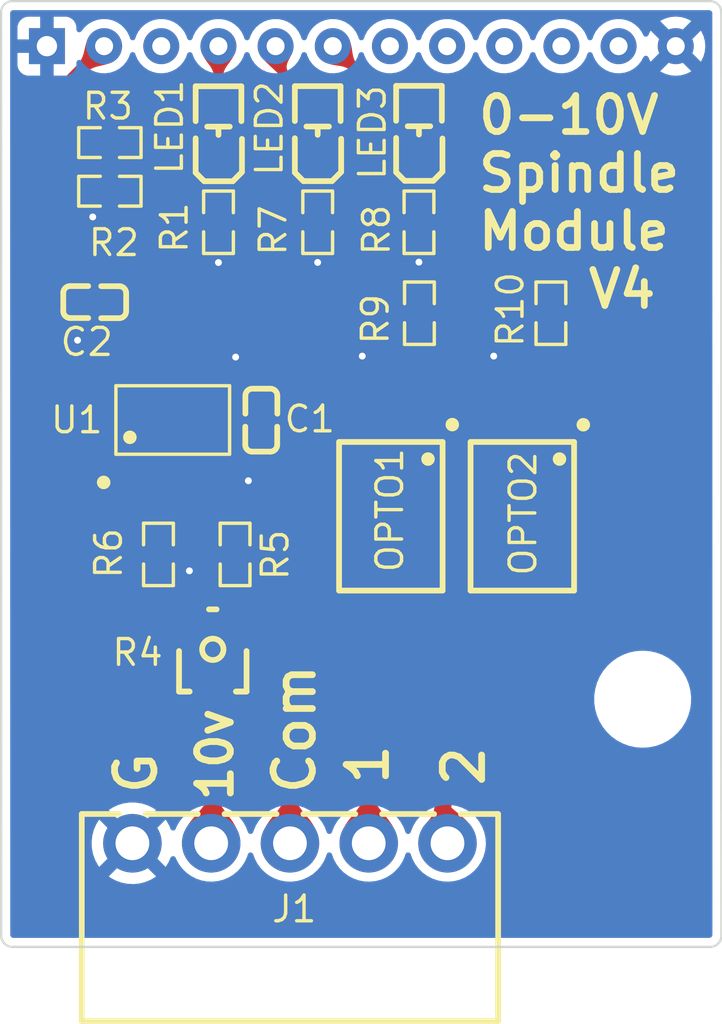
<source format=kicad_pcb>
(kicad_pcb (version 20211014) (generator pcbnew)
  (layers (0 "F.Cu" signal) (31 "B.Cu" signal) (34 "B.Paste" user) (35 "F.Paste" user) (36 "B.SilkS" user "B.Silkscreen") (37 "F.SilkS" user "F.Silkscreen") (38 "B.Mask" user) (39 "F.Mask" user) (44 "Edge.Cuts" user))
  (net 0 "")
  (net 1 "GND")
  (net 2 "OPTO2_4")
  (net 3 "OPTO1_4")
  (net 4 "OPTO1_3")
  (net 5 "OUT2")
  (net 6 "OUT1")
  (net 7 "R1_2")
  (net 8 "R7_2")
  (net 9 "R8_2")
  (net 10 "OPTO1_1")
  (net 11 "R10_2")
  (net 12 "U1_2")
  (net 13 "VMOT")
  (net 14 "SPINDLE")
  (net 15 "U1_3")
  (net 16 "U1_6")
  (net 17 "R4_1")
  (net 18 "0_10V_OUT")
  (footprint "easyeda:R0603" (layer "F.Cu") (at 120.906 82.723 180)
    (fp_text reference "R3")
    (fp_text value "10kΩ" hide)
  )
  (footprint "easyeda:SOIC-8_L4.9-W3.9-P1.27-LS6.0-BL" (layer "F.Cu") (at 123.7 95.042)
    (fp_text reference "U1")
    (fp_text value "LM358ADT" hide)
  )
  (footprint "easyeda:R0603" (layer "F.Cu") (at 134.66 90.3 -90)
    (fp_text reference "R9")
    (fp_text value "300Ω" hide)
  )
  (footprint "easyeda:R0603" (layer "F.Cu") (at 134.64 86.261 90)
    (fp_text reference "R8")
    (fp_text value "2kΩ" hide)
  )
  (footprint "easyeda:R0603" (layer "F.Cu") (at 126.469 101.011 -90)
    (fp_text reference "R5")
    (fp_text value "4.99kΩ" hide)
  )
  (footprint "easyeda:R0603" (layer "F.Cu") (at 120.906 84.882)
    (fp_text reference "R2")
    (fp_text value "10kΩ" hide)
  )
  (footprint "easyeda:OPTO-SMD-4_L4.6-W6.5-P2.54-LS10.3-TL" (layer "F.Cu") (at 139.232 99.317 -90)
    (fp_text reference "OPTO2")
    (fp_text value "EL817S1(C)(TU)-F" hide)
  )
  (footprint "easyeda:LED0805-R-RD" (layer "F.Cu") (at 130.14 82.21 90)
    (fp_text reference "LED2")
    (fp_text value "SZYY0805G" hide)
  )
  (footprint "easyeda:R0603" (layer "F.Cu") (at 123.065 101.011 90)
    (fp_text reference "R6")
    (fp_text value "10kΩ" hide)
  )
  (footprint "easyeda:LED0805-R-RD" (layer "F.Cu") (at 125.732 82.215 90)
    (fp_text reference "LED1")
    (fp_text value "SZYY0805G" hide)
  )
  (footprint "easyeda:C0603" (layer "F.Cu") (at 127.637 95.042 90)
    (fp_text reference "C1")
    (fp_text value "100nF" hide)
  )
  (footprint "easyeda:CONN-TH_5P-P3.50_KF2EDGR-3.5-5P" (layer "F.Cu") (at 128.907 113.838)
    (fp_text reference "J1")
    (fp_text value "KF2EDGR-3.5-5P" hide)
  )
  (footprint "easyeda:OPTO-SMD-4_L4.6-W6.5-P2.54-LS10.3-TL" (layer "F.Cu") (at 133.39 99.317 -90)
    (fp_text reference "OPTO1")
    (fp_text value "EL817S1(C)(TU)-F" hide)
  )
  (footprint "easyeda:R0603" (layer "F.Cu") (at 125.732 86.261 90)
    (fp_text reference "R1")
    (fp_text value "2kΩ" hide)
  )
  (footprint "easyeda:6 PACK MODULE PCB BOTTOM" (layer "F.Cu") (at 146.049 78.441)
    (fp_text reference "MOD1" hide)
    (fp_text value "6 Pack Module Pins Bottom" hide)
    (fp_line (start 1.526447 -2) (end -29.475 -2) (layer "Edge.Cuts") (width 0.1))
    (fp_line (start -29.47 40) (end 1.53 40) (layer "Edge.Cuts") (width 0.1))
    (fp_line (start 2.03 39.5) (end 2.026447 -1.5) (layer "Edge.Cuts") (width 0.1))
    (fp_line (start -29.975 -1.5) (end -29.97 39.5) (layer "Edge.Cuts") (width 0.1))
    (fp_arc (start -29.47 40) (mid -29.823553 39.853553) (end -29.97 39.5) (layer "Edge.Cuts") (width 0.1))
    (fp_arc (start 2.03 39.5) (mid 1.883553 39.853553) (end 1.53 40) (layer "Edge.Cuts") (width 0.1))
    (fp_arc (start 1.526447 -2) (mid 1.880002 -1.853554) (end 2.026447 -1.5) (layer "Edge.Cuts") (width 0.1))
    (fp_arc (start -29.975 -1.5) (mid -29.828553 -1.853553) (end -29.475 -2) (layer "Edge.Cuts") (width 0.1))
  )
  (footprint "easyeda:R0603" (layer "F.Cu") (at 140.502 90.3 -90)
    (fp_text reference "R10")
    (fp_text value "300Ω" hide)
  )
  (footprint "easyeda:RES-ADJ-SMD_VG039NCH" (layer "F.Cu") (at 125.479 105.201 90)
    (fp_text reference "R4")
    (fp_text value "20kΩ" hide)
  )
  (footprint "easyeda:R0603" (layer "F.Cu") (at 130.14 86.261 90)
    (fp_text reference "R7")
    (fp_text value "2kΩ" hide)
  )
  (footprint "easyeda:C0603" (layer "F.Cu") (at 120.24 89.81)
    (fp_text reference "C2")
    (fp_text value "100nF" hide)
  )
  (footprint "easyeda:LED0805-R-RD" (layer "F.Cu") (at 134.64 82.197 90)
    (fp_text reference "LED3")
    (fp_text value "SZYY0805G" hide)
  )
  (gr_text "10v" (at 125.58 112.09 90) (layer "F.SilkS") (effects (font (size 1.5 1.5) (thickness 0.3)) (justify left)))
  (gr_text "Com" (at 129.11 111.8 90) (layer "F.SilkS") (effects (font (size 1.75 1.75) (thickness 0.3)) (justify left)))
  (gr_text "G" (at 122.07 111.8 90) (layer "F.SilkS") (effects (font (size 1.75 1.75) (thickness 0.3)) (justify left)))
  (gr_text "1" (at 132.36 111.37 90) (layer "F.SilkS") (effects (font (size 1.75 1.75) (thickness 0.3)) (justify left)))
  (gr_text "0-10V\nSpindle\nModule \n    V4" (at 137.14 85.37) (layer "F.SilkS") (effects (font (size 1.6 1.6) (thickness 0.3)) (justify left)))
  (gr_text "2" (at 136.63 111.45 90) (layer "F.SilkS") (effects (font (size 1.75 1.75) (thickness 0.3)) (justify left)))
  (segment (start 127.637 95.742) (end 127.637 97.163) (width 0.35) (layer "F.Cu") (net 1))
  (segment (start 124.416 101.764) (end 124.44 101.74) (width 0.35) (layer "F.Cu") (net 1))
  (segment (start 130.14 88.043) (end 130.138 88.045) (width 0.35) (layer "F.Cu") (net 1))
  (segment (start 137.962 94.317) (end 137.962 92.205) (width 0.35) (layer "F.Cu") (net 1))
  (segment (start 132.12 94.317) (end 132.12 92.205) (width 0.35) (layer "F.Cu") (net 1))
  (segment (start 125.732 88.048) (end 125.732 87.014) (width 0.35) (layer "F.Cu") (net 1))
  (segment (start 120.152 84.882) (end 120.144 86.025) (width 0.35) (layer "F.Cu") (net 1))
  (segment (start 125.605 97.814) (end 126.986 97.814) (width 0.35) (layer "F.Cu") (net 1))
  (segment (start 125.73 88.05) (end 125.732 88.048) (width 0.35) (layer "F.Cu") (net 1))
  (segment (start 126.986 97.814) (end 127.06 97.74) (width 0.35) (layer "F.Cu") (net 1))
  (segment (start 119.51 91.46) (end 119.47 91.5) (width 0.35) (layer "F.Cu") (net 1))
  (segment (start 123.192 101.764) (end 124.416 101.764) (width 0.35) (layer "F.Cu") (net 1))
  (segment (start 119.51 89.79) (end 119.51 91.46) (width 0.35) (layer "F.Cu") (net 1))
  (segment (start 134.64 88.03) (end 134.638 88.032) (width 0.35) (layer "F.Cu") (net 1))
  (segment (start 134.64 87.014) (end 134.64 88.03) (width 0.35) (layer "F.Cu") (net 1))
  (segment (start 127.637 97.163) (end 127.06 97.74) (width 0.35) (layer "F.Cu") (net 1))
  (segment (start 125.605 92.268) (end 126.494 92.248) (width 0.35) (layer "F.Cu") (net 1))
  (segment (start 130.14 87.014) (end 130.14 88.043) (width 0.35) (layer "F.Cu") (net 1))
  (via (at 132.12 92.205) (size 0.61) (drill 0.305) (layers "F.Cu" "B.Cu") (net 1))
  (via (at 126.494 92.248) (size 0.61) (drill 0.305) (layers "F.Cu" "B.Cu") (net 1))
  (via (at 127.06 97.74) (size 0.61) (drill 0.305) (layers "F.Cu" "B.Cu") (net 1))
  (via (at 134.638 88.032) (size 0.61) (drill 0.305) (layers "F.Cu" "B.Cu") (net 1))
  (via (at 137.962 92.205) (size 0.61) (drill 0.305) (layers "F.Cu" "B.Cu") (net 1))
  (via (at 130.138 88.045) (size 0.61) (drill 0.305) (layers "F.Cu" "B.Cu") (net 1))
  (via (at 120.144 86.025) (size 0.61) (drill 0.305) (layers "F.Cu" "B.Cu") (net 1))
  (via (at 125.73 88.05) (size 0.61) (drill 0.305) (layers "F.Cu" "B.Cu") (net 1))
  (via (at 124.44 101.74) (size 0.61) (drill 0.305) (layers "F.Cu" "B.Cu") (net 1))
  (via (at 119.47 91.5) (size 0.61) (drill 0.305) (layers "F.Cu" "B.Cu") (net 1))
  (segment (start 135.907 111.243) (end 135.907 113.838) (width 0.35) (layer "F.Cu") (net 2))
  (segment (start 140.502 106.648) (end 135.907 111.243) (width 0.35) (layer "F.Cu") (net 2))
  (segment (start 140.502 104.317) (end 140.502 106.648) (width 0.35) (layer "F.Cu") (net 2))
  (segment (start 134.66 104.317) (end 134.66 108.49) (width 0.35) (layer "F.Cu") (net 3))
  (segment (start 134.66 108.49) (end 132.407 110.743) (width 0.35) (layer "F.Cu") (net 3))
  (segment (start 132.407 110.743) (end 132.407 113.838) (width 0.35) (layer "F.Cu") (net 3))
  (segment (start 132.825 101.517) (end 137.157 101.517) (width 0.35) (layer "F.Cu") (net 4))
  (segment (start 137.157 101.517) (end 137.962 102.322) (width 0.35) (layer "F.Cu") (net 4))
  (segment (start 132.12 107.704) (end 132.12 104.317) (width 0.35) (layer "F.Cu") (net 4))
  (segment (start 132.12 102.222) (end 132.825 101.517) (width 0.35) (layer "F.Cu") (net 4))
  (segment (start 132.12 104.317) (end 132.12 102.222) (width 0.35) (layer "F.Cu") (net 4))
  (segment (start 128.907 113.838) (end 128.907 110.917) (width 0.35) (layer "F.Cu") (net 4))
  (segment (start 128.907 110.917) (end 132.12 107.704) (width 0.35) (layer "F.Cu") (net 4))
  (segment (start 137.962 102.322) (end 137.962 104.317) (width 0.35) (layer "F.Cu") (net 4))
  (segment (start 140.502 89.547) (end 140.502 84.832) (width 0.35) (layer "F.Cu") (net 5))
  (segment (start 136.835 81.165) (end 133.533 81.165) (width 0.35) (layer "F.Cu") (net 5))
  (segment (start 140.502 84.832) (end 136.835 81.165) (width 0.35) (layer "F.Cu") (net 5))
  (segment (start 133.533 81.165) (end 130.809 78.441) (width 0.35) (layer "F.Cu") (net 5))
  (segment (start 132.33 87.3) (end 132.33 83.3) (width 0.35) (layer "F.Cu") (net 6))
  (segment (start 130.14 81.16) (end 128.269 79.289) (width 0.35) (layer "F.Cu") (net 6))
  (segment (start 132.33 83.3) (end 130.14 81.11) (width 0.35) (layer "F.Cu") (net 6))
  (segment (start 128.269 79.289) (end 128.269 78.441) (width 0.35) (layer "F.Cu") (net 6))
  (segment (start 134.495 89.465) (end 132.33 87.3) (width 0.35) (layer "F.Cu") (net 6))
  (segment (start 134.495 89.59) (end 134.495 89.465) (width 0.35) (layer "F.Cu") (net 6))
  (segment (start 125.732 85.508) (end 125.732 83.315) (width 0.35) (layer "F.Cu") (net 7))
  (segment (start 130.14 85.508) (end 130.14 83.31) (width 0.35) (layer "F.Cu") (net 8))
  (segment (start 134.64 85.508) (end 134.64 83.247) (width 0.35) (layer "F.Cu") (net 9))
  (segment (start 134.66 91.053) (end 134.66 94.317) (width 0.35) (layer "F.Cu") (net 10))
  (segment (start 140.502 91.053) (end 140.502 94.317) (width 0.35) (layer "F.Cu") (net 11))
  (segment (start 123.065 97.814) (end 123.065 100.131) (width 0.35) (layer "F.Cu") (net 12))
  (segment (start 123.192 100.258) (end 126.469 100.258) (width 0.35) (layer "F.Cu") (net 12))
  (segment (start 123.065 100.131) (end 123.192 100.258) (width 0.35) (layer "F.Cu") (net 12))
  (segment (start 118.112 86.862) (end 118.112 80.978) (width 0.5) (layer "F.Cu") (net 13))
  (segment (start 121.795 92.27) (end 121.755 92.31) (width 0.35) (layer "F.Cu") (net 13))
  (segment (start 120.94 89.69) (end 118.112 86.862) (width 0.5) (layer "F.Cu") (net 13))
  (segment (start 118.112 80.978) (end 120.649 78.441) (width 0.5) (layer "F.Cu") (net 13))
  (segment (start 121.795 90.665) (end 120.94 89.81) (width 0.5) (layer "F.Cu") (net 13))
  (segment (start 120.94 89.81) (end 120.94 89.69) (width 0.5) (layer "F.Cu") (net 13))
  (segment (start 121.795 90.665) (end 121.795 92.27) (width 0.5) (layer "F.Cu") (net 13))
  (segment (start 121.659 82.723) (end 122.557 82.723) (width 0.35) (layer "F.Cu") (net 14))
  (segment (start 122.557 82.723) (end 124.165 81.115) (width 0.35) (layer "F.Cu") (net 14))
  (segment (start 121.659 82.723) (end 121.659 84.882) (width 0.35) (layer "F.Cu") (net 14))
  (segment (start 124.165 81.115) (end 125.732 81.115) (width 0.35) (layer "F.Cu") (net 14))
  (segment (start 125.732 81.115) (end 125.729 78.441) (width 0.35) (layer "F.Cu") (net 14))
  (segment (start 125.978 94.342) (end 127.637 94.342) (width 0.35) (layer "F.Cu") (net 15))
  (segment (start 118.94 86.01) (end 118.94 83.965) (width 0.35) (layer "F.Cu") (net 15))
  (segment (start 124.335 95.985) (end 125.978 94.342) (width 0.35) (layer "F.Cu") (net 15))
  (segment (start 120.153 82.752) (end 120.153 82.723) (width 0.35) (layer "F.Cu") (net 15))
  (segment (start 121.19 88.26) (end 118.94 86.01) (width 0.35) (layer "F.Cu") (net 15))
  (segment (start 124.335 97.814) (end 124.335 95.985) (width 0.35) (layer "F.Cu") (net 15))
  (segment (start 124.03 88.26) (end 121.19 88.26) (width 0.35) (layer "F.Cu") (net 15))
  (segment (start 127.637 94.342) (end 127.637 91.867) (width 0.35) (layer "F.Cu") (net 15))
  (segment (start 127.637 91.867) (end 124.03 88.26) (width 0.35) (layer "F.Cu") (net 15))
  (segment (start 118.94 83.965) (end 120.153 82.752) (width 0.35) (layer "F.Cu") (net 15))
  (segment (start 123.065 92.27) (end 124.335 92.27) (width 0.35) (layer "F.Cu") (net 16))
  (segment (start 126.478 101.875) (end 126.478 103.552) (width 0.35) (layer "F.Cu") (net 17))
  (segment (start 126.469 101.764) (end 126.58 101.875) (width 0.35) (layer "F.Cu") (net 17))
  (segment (start 123.449 106.85) (end 125.478 106.85) (width 0.35) (layer "F.Cu") (net 18))
  (segment (start 121.795 105.202) (end 123.449 106.85) (width 0.35) (layer "F.Cu") (net 18))
  (segment (start 121.795 97.816) (end 121.795 105.202) (width 0.35) (layer "F.Cu") (net 18))
  (segment (start 125.407 113.838) (end 125.479 113.766) (width 0.35) (layer "F.Cu") (net 18))
  (segment (start 125.479 113.766) (end 125.479 106.851) (width 0.35) (layer "F.Cu") (net 18))
  (zone (net 6) (net_name "OUT1") (layer "F.Cu") (priority 16962) (connect_pads yes (clearance 0)) (min_thickness 0.0254) (fill yes (thermal_gap 0.508) (thermal_bridge_width 0.508))
    (polygon (pts (xy 133.923659 89.141146) (xy 133.990993 89.211103) (xy 134.045589 89.273348) (xy 134.089767 89.329871) (xy 134.125847 89.382663) (xy 134.156151 89.433714) (xy 134.182999 89.485014) (xy 134.208711 89.538555) (xy 134.235609 89.596327) (xy 134.266013 89.66032) (xy 134.302245 89.732526) (xy 134.821457 89.667555) (xy 134.736244 89.151279) (xy 134.665351 89.138241) (xy 134.60216 89.126993) (xy 134.544982 89.115803) (xy 134.492125 89.10294) (xy 134.441902 89.086672) (xy 134.392622 89.065268) (xy 134.342596 89.036996) (xy 134.290134 89.000125) (xy 134.233547 88.952923) (xy 134.171146 88.893659)))
  )
  (zone (net 1) (net_name "GND") (layer "F.Cu") (priority 16962) (connect_pads yes (clearance 0)) (min_thickness 0.0254) (fill yes (thermal_gap 0.508) (thermal_bridge_width 0.508))
    (polygon (pts (xy 125.89309 92.436562) (xy 125.960432 92.43566) (xy 126.018885 92.436355) (xy 126.07012 92.438863) (xy 126.115812 92.443401) (xy 126.157635 92.450187) (xy 126.19726 92.459437) (xy 126.236362 92.471369) (xy 126.276614 92.486198) (xy 126.319689 92.504143) (xy 126.367261 92.52542) (xy 126.646461 92.244571) (xy 126.354914 91.97656) (xy 126.308347 91.999954) (xy 126.266122 92.019817) (xy 126.226578 92.036442) (xy 126.188052 92.05012) (xy 126.148883 92.061142) (xy 126.107408 92.069802) (xy 126.061966 92.076391) (xy 126.010895 92.081201) (xy 125.952533 92.084524) (xy 125.885218 92.086652)))
  )
  (zone (net 11) (net_name "R10_2") (layer "F.Cu") (priority 16962) (connect_pads yes (clearance 0)) (min_thickness 0.0254) (fill yes (thermal_gap 0.508) (thermal_bridge_width 0.508))
    (polygon (pts (xy 140.677 91.856) (xy 140.679083 91.765424) (xy 140.685241 91.68832) (xy 140.695337 91.621956) (xy 140.709233 91.563601) (xy 140.726792 91.510522) (xy 140.747874 91.459988) (xy 140.772344 91.409266) (xy 140.800063 91.355626) (xy 140.830894 91.296336) (xy 140.8647 91.228663) (xy 140.502 90.8515) (xy 140.1393 91.228663) (xy 140.173105 91.296336) (xy 140.203936 91.355626) (xy 140.231655 91.409266) (xy 140.256125 91.459988) (xy 140.277207 91.510522) (xy 140.294766 91.563601) (xy 140.308662 91.621956) (xy 140.318758 91.68832) (xy 140.324916 91.765424) (xy 140.327 91.856)))
  )
  (zone (net 15) (net_name "U1_3") (layer "F.Cu") (priority 16962) (connect_pads yes (clearance 0)) (min_thickness 0.0254) (fill yes (thermal_gap 0.508) (thermal_bridge_width 0.508))
    (polygon (pts (xy 127.462 93.552) (xy 127.45993 93.640921) (xy 127.453818 93.716618) (xy 127.443812 93.781771) (xy 127.430056 93.839059) (xy 127.412698 93.89116) (xy 127.391884 93.940755) (xy 127.367761 93.990521) (xy 127.340475 94.043139) (xy 127.310172 94.101287) (xy 127.277 94.167645) (xy 127.637 94.542) (xy 127.997 94.167645) (xy 127.963827 94.101287) (xy 127.933524 94.043139) (xy 127.906238 93.990521) (xy 127.882115 93.940755) (xy 127.861301 93.89116) (xy 127.843943 93.839059) (xy 127.830187 93.781771) (xy 127.820181 93.716618) (xy 127.814069 93.640921) (xy 127.812 93.552)))
  )
  (zone (net 5) (net_name "OUT2") (layer "F.Cu") (priority 16962) (connect_pads yes (clearance 0)) (min_thickness 0.0254) (fill yes (thermal_gap 0.508) (thermal_bridge_width 0.508))
    (polygon (pts (xy 132.057043 79.441555) (xy 131.932024 79.304793) (xy 131.840409 79.179742) (xy 131.775985 79.06288) (xy 131.732543 78.950688) (xy 131.703871 78.839645) (xy 131.683758 78.726231) (xy 131.665995 78.606925) (xy 131.64437 78.478208) (xy 131.612673 78.33656) (xy 131.564693 78.17846) (xy 130.526158 78.158158) (xy 130.54646 79.196693) (xy 130.70456 79.244673) (xy 130.846208 79.27637) (xy 130.974925 79.297995) (xy 131.094231 79.315758) (xy 131.207645 79.335871) (xy 131.318688 79.364543) (xy 131.43088 79.407985) (xy 131.547742 79.472409) (xy 131.672793 79.564024) (xy 131.809555 79.689043)))
  )
  (zone (net 11) (net_name "R10_2") (layer "F.Cu") (priority 16962) (connect_pads yes (clearance 0)) (min_thickness 0.0254) (fill yes (thermal_gap 0.508) (thermal_bridge_width 0.508))
    (polygon (pts (xy 140.327 92.827) (xy 140.319478 93.00001) (xy 140.298033 93.143475) (xy 140.264346 93.26375) (xy 140.220099 93.367188) (xy 140.166973 93.460144) (xy 140.106649 93.548972) (xy 140.040808 93.640026) (xy 139.971132 93.739659) (xy 139.899302 93.854227) (xy 139.827 93.990083) (xy 140.502 94.692) (xy 141.177 93.990083) (xy 141.104697 93.854227) (xy 141.032867 93.739659) (xy 140.963191 93.640026) (xy 140.89735 93.548972) (xy 140.837026 93.460144) (xy 140.7839 93.367188) (xy 140.739653 93.26375) (xy 140.705966 93.143475) (xy 140.684521 93.00001) (xy 140.677 92.827)))
  )
  (zone (net 1) (net_name "GND") (layer "F.Cu") (priority 16962) (connect_pads yes (clearance 0)) (min_thickness 0.0254) (fill yes (thermal_gap 0.508) (thermal_bridge_width 0.508))
    (polygon (pts (xy 126.184915 92.07991) (xy 126.119742 92.080934) (xy 126.063004 92.08069) (xy 126.013139 92.078915) (xy 125.968585 92.075349) (xy 125.92778 92.069731) (xy 125.889162 92.061801) (xy 125.851169 92.051299) (xy 125.81224 92.037963) (xy 125.770811 92.021534) (xy 125.725322 92.00175) (xy 125.458064 92.274319) (xy 125.74087 92.53072) (xy 125.784839 92.508458) (xy 125.825011 92.48979) (xy 125.862911 92.474382) (xy 125.900066 92.4619) (xy 125.938 92.452012) (xy 125.978241 92.444384) (xy 126.022314 92.438684) (xy 126.071746 92.434579) (xy 126.128061 92.431735) (xy 126.192787 92.42982)))
  )
  (zone (net 1) (net_name "GND") (layer "F.Cu") (priority 16962) (connect_pads yes (clearance 0)) (min_thickness 0.0254) (fill yes (thermal_gap 0.508) (thermal_bridge_width 0.508))
    (polygon (pts (xy 126.451 97.989) (xy 126.527184 97.989185) (xy 126.593027 97.989879) (xy 126.650597 97.991283) (xy 126.701964 97.993603) (xy 126.749197 97.997041) (xy 126.794363 98.001803) (xy 126.839533 98.008091) (xy 126.886774 98.01611) (xy 126.938157 98.026063) (xy 126.995749 98.038155) (xy 127.208173 97.703932) (xy 126.865903 97.504732) (xy 126.828891 97.534299) (xy 126.794252 97.559478) (xy 126.760723 97.58057) (xy 126.727041 97.597874) (xy 126.691943 97.611692) (xy 126.654165 97.622324) (xy 126.612446 97.63007) (xy 126.56552 97.635231) (xy 126.512126 97.638108) (xy 126.451 97.639)))
  )
  (zone (net 1) (net_name "GND") (layer "F.Cu") (priority 16962) (connect_pads yes (clearance 0)) (min_thickness 0.0254) (fill yes (thermal_gap 0.508) (thermal_bridge_width 0.508))
    (polygon (pts (xy 119.335 90.885) (xy 119.334257 90.949893) (xy 119.331826 91.006396) (xy 119.327399 91.055979) (xy 119.320669 91.100115) (xy 119.311331 91.140278) (xy 119.299076 91.177939) (xy 119.2836 91.214571) (xy 119.264595 91.251647) (xy 119.241754 91.290638) (xy 119.214771 91.333019) (xy 119.450485 91.651246) (xy 119.759256 91.403275) (xy 119.741736 91.349656) (xy 119.727133 91.301537) (xy 119.715194 91.257004) (xy 119.705667 91.214146) (xy 119.698299 91.171047) (xy 119.692837 91.125796) (xy 119.689029 91.076479) (xy 119.686622 91.021183) (xy 119.685363 90.957994) (xy 119.685 90.885)))
  )
  (zone (net 8) (net_name "R7_2") (layer "F.Cu") (priority 16962) (connect_pads yes (clearance 0)) (min_thickness 0.0254) (fill yes (thermal_gap 0.508) (thermal_bridge_width 0.508))
    (polygon (pts (xy 130.315 84.26) (xy 130.318572 84.145901) (xy 130.328923 84.049801) (xy 130.345505 83.967941) (xy 130.36777 83.896561) (xy 130.39517 83.831906) (xy 130.427156 83.770215) (xy 130.46318 83.707732) (xy 130.502694 83.640698) (xy 130.54515 83.565354) (xy 130.59 83.477944) (xy 130.14 83.01) (xy 129.69 83.477944) (xy 129.734849 83.565354) (xy 129.777305 83.640698) (xy 129.816819 83.707732) (xy 129.852843 83.770215) (xy 129.884829 83.831906) (xy 129.912229 83.896561) (xy 129.934494 83.967941) (xy 129.951076 84.049801) (xy 129.961427 84.145901) (xy 129.965 84.26)))
  )
  (zone (net 13) (net_name "VMOT") (layer "F.Cu") (priority 16962) (connect_pads yes (clearance 0)) (min_thickness 0.0254) (fill yes (thermal_gap 0.508) (thermal_bridge_width 0.508))
    (polygon (pts (xy 121.545 91.686) (xy 121.545481 91.752339) (xy 121.546647 91.814438) (xy 121.54808 91.872158) (xy 121.549359 91.925359) (xy 121.550068 91.973901) (xy 121.549787 92.017646) (xy 121.548099 92.056452) (xy 121.544583 92.090181) (xy 121.538823 92.118693) (xy 121.5304 92.141849) (xy 121.795 92.417) (xy 122.0596 92.141849) (xy 122.051176 92.118693) (xy 122.045416 92.090181) (xy 122.0419 92.056452) (xy 122.040212 92.017646) (xy 122.039931 91.973901) (xy 122.04064 91.925359) (xy 122.041919 91.872158) (xy 122.043352 91.814438) (xy 122.044518 91.752339) (xy 122.045 91.686)))
  )
  (zone (net 14) (net_name "SPINDLE") (layer "F.Cu") (priority 16962) (connect_pads yes (clearance 0)) (min_thickness 0.0254) (fill yes (thermal_gap 0.508) (thermal_bridge_width 0.508))
    (polygon (pts (xy 125.555924 80.155198) (xy 125.552528 80.270624) (xy 125.542405 80.367909) (xy 125.526077 80.450839) (xy 125.504064 80.523201) (xy 125.476887 80.588782) (xy 125.445067 80.651368) (xy 125.409125 80.714747) (xy 125.369583 80.782706) (xy 125.326961 80.859032) (xy 125.28178 80.947511) (xy 125.732252 81.414999) (xy 126.181779 80.9466) (xy 126.136414 80.858205) (xy 126.093634 80.781962) (xy 126.053949 80.714081) (xy 126.017874 80.650773) (xy 125.98592 80.58825) (xy 125.958601 80.522723) (xy 125.936429 80.450404) (xy 125.919916 80.367503) (xy 125.909576 80.270233) (xy 125.905922 80.154805)))
  )
  (zone (net 2) (net_name "OPTO2_4") (layer "F.Cu") (priority 16962) (connect_pads yes (clearance 0)) (min_thickness 0.0254) (fill yes (thermal_gap 0.508) (thermal_bridge_width 0.508))
    (polygon (pts (xy 140.677 105.807) (xy 140.684521 105.633989) (xy 140.705966 105.490524) (xy 140.739653 105.370249) (xy 140.7839 105.266811) (xy 140.837026 105.173855) (xy 140.89735 105.085027) (xy 140.963191 104.993973) (xy 141.032867 104.89434) (xy 141.104697 104.779772) (xy 141.177 104.643917) (xy 140.502 103.942) (xy 139.827 104.643917) (xy 139.899302 104.779772) (xy 139.971132 104.89434) (xy 140.040808 104.993973) (xy 140.106649 105.085027) (xy 140.166973 105.173855) (xy 140.220099 105.266811) (xy 140.264346 105.370249) (xy 140.298033 105.490524) (xy 140.319478 105.633989) (xy 140.327 105.807)))
  )
  (zone (net 6) (net_name "OUT1") (layer "F.Cu") (priority 16962) (connect_pads yes (clearance 0)) (min_thickness 0.0254) (fill yes (thermal_gap 0.508) (thermal_bridge_width 0.508))
    (polygon (pts (xy 130.963779 81.686291) (xy 130.887387 81.604587) (xy 130.828563 81.530584) (xy 130.784037 81.462149) (xy 130.750542 81.397147) (xy 130.724809 81.333447) (xy 130.703568 81.268913) (xy 130.683552 81.201414) (xy 130.661492 81.128816) (xy 130.634118 81.048985) (xy 130.598164 80.959788) (xy 129.95005 80.997462) (xy 130.013025 81.643608) (xy 130.101103 81.664332) (xy 130.179888 81.679351) (xy 130.251384 81.691495) (xy 130.317597 81.703594) (xy 130.380535 81.718479) (xy 130.442202 81.738982) (xy 130.504605 81.767932) (xy 130.569751 81.808161) (xy 130.639644 81.8625) (xy 130.716291 81.933779)))
  )
  (zone (net 14) (net_name "SPINDLE") (layer "F.Cu") (priority 16962) (connect_pads yes (clearance 0)) (min_thickness 0.0254) (fill yes (thermal_gap 0.508) (thermal_bridge_width 0.508))
    (polygon (pts (xy 124.742 81.29) (xy 124.850354 81.293694) (xy 124.94158 81.304472) (xy 125.019135 81.321874) (xy 125.086473 81.34544) (xy 125.14705 81.374711) (xy 125.204324 81.409227) (xy 125.26175 81.448528) (xy 125.322784 81.492155) (xy 125.390882 81.539649) (xy 125.4695 81.59055) (xy 125.980708 81.190378) (xy 125.560863 80.695201) (xy 125.466913 80.732129) (xy 125.386261 80.768185) (xy 125.314924 80.802657) (xy 125.248923 80.834836) (xy 125.184275 80.864011) (xy 125.117 80.889474) (xy 125.043116 80.910514) (xy 124.958642 80.926422) (xy 124.859597 80.936487) (xy 124.742 80.94)))
  )
  (zone (net 14) (net_name "SPINDLE") (layer "F.Cu") (priority 16962) (connect_pads yes (clearance 0)) (min_thickness 0.0254) (fill yes (thermal_gap 0.508) (thermal_bridge_width 0.508))
    (polygon (pts (xy 122.462 82.548) (xy 122.371424 82.545916) (xy 122.29432 82.539758) (xy 122.227956 82.529662) (xy 122.169601 82.515766) (xy 122.116522 82.498207) (xy 122.065988 82.477125) (xy 122.015266 82.452655) (xy 121.961626 82.424936) (xy 121.902336 82.394105) (xy 121.834663 82.3603) (xy 121.4575 82.723) (xy 121.834663 83.0857) (xy 121.902336 83.051894) (xy 121.961626 83.021063) (xy 122.015266 82.993344) (xy 122.065988 82.968874) (xy 122.116522 82.947792) (xy 122.169601 82.930233) (xy 122.227956 82.916337) (xy 122.29432 82.906241) (xy 122.371424 82.900083) (xy 122.462 82.898)))
  )
  (zone (net 1) (net_name "GND") (layer "F.Cu") (priority 16962) (connect_pads yes (clearance 0)) (min_thickness 0.0254) (fill yes (thermal_gap 0.508) (thermal_bridge_width 0.508))
    (polygon (pts (xy 123.875 101.589) (xy 123.78348 101.586949) (xy 123.705542 101.580873) (xy 123.638435 101.570889) (xy 123.579403 101.557112) (xy 123.525696 101.539659) (xy 123.474559 101.518645) (xy 123.423241 101.494186) (xy 123.368987 101.466398) (xy 123.309045 101.435397) (xy 123.240663 101.4013) (xy 122.8635 101.764) (xy 123.240663 102.1267) (xy 123.309045 102.092602) (xy 123.368987 102.061601) (xy 123.423241 102.033813) (xy 123.474559 102.009354) (xy 123.525696 101.98834) (xy 123.579403 101.970887) (xy 123.638435 101.95711) (xy 123.705542 101.947126) (xy 123.78348 101.94105) (xy 123.875 101.939)))
  )
  (zone (net 14) (net_name "SPINDLE") (layer "F.Cu") (priority 16962) (connect_pads yes (clearance 0)) (min_thickness 0.0254) (fill yes (thermal_gap 0.508) (thermal_bridge_width 0.508))
    (polygon (pts (xy 121.834 83.526) (xy 121.836083 83.435424) (xy 121.842241 83.35832) (xy 121.852337 83.291956) (xy 121.866233 83.233601) (xy 121.883792 83.180522) (xy 121.904874 83.129988) (xy 121.929344 83.079266) (xy 121.957063 83.025626) (xy 121.987894 82.966336) (xy 122.0217 82.898663) (xy 121.659 82.5215) (xy 121.2963 82.898663) (xy 121.330105 82.966336) (xy 121.360936 83.025626) (xy 121.388655 83.079266) (xy 121.413125 83.129988) (xy 121.434207 83.180522) (xy 121.451766 83.233601) (xy 121.465662 83.291956) (xy 121.475758 83.35832) (xy 121.481916 83.435424) (xy 121.484 83.526)))
  )
  (zone (net 1) (net_name "GND") (layer "F.Cu") (priority 16962) (connect_pads yes (clearance 0)) (min_thickness 0.0254) (fill yes (thermal_gap 0.508) (thermal_bridge_width 0.508))
    (polygon (pts (xy 125.907 87.817) (xy 125.909083 87.726424) (xy 125.915241 87.64932) (xy 125.925337 87.582956) (xy 125.939233 87.524601) (xy 125.956792 87.471522) (xy 125.977874 87.420988) (xy 126.002344 87.370266) (xy 126.030063 87.316626) (xy 126.060894 87.257336) (xy 126.0947 87.189663) (xy 125.732 86.8125) (xy 125.3693 87.189663) (xy 125.403105 87.257336) (xy 125.433936 87.316626) (xy 125.461655 87.370266) (xy 125.486125 87.420988) (xy 125.507207 87.471522) (xy 125.524766 87.524601) (xy 125.538662 87.582956) (xy 125.548758 87.64932) (xy 125.554916 87.726424) (xy 125.557 87.817)))
  )
  (zone (net 6) (net_name "OUT1") (layer "F.Cu") (priority 16962) (connect_pads yes (clearance 0)) (min_thickness 0.0254) (fill yes (thermal_gap 0.508) (thermal_bridge_width 0.508))
    (polygon (pts (xy 129.316221 80.583709) (xy 129.393401 80.666008) (xy 129.453118 80.740533) (xy 129.498416 80.80951) (xy 129.532343 80.875168) (xy 129.557945 80.939732) (xy 129.578267 81.005429) (xy 129.596357 81.074486) (xy 129.61526 81.14913) (xy 129.638023 81.231588) (xy 129.667692 81.324087) (xy 130.316776 81.336776) (xy 130.304087 80.687692) (xy 130.211588 80.658023) (xy 130.12913 80.63526) (xy 130.054486 80.616357) (xy 129.985429 80.598267) (xy 129.919732 80.577945) (xy 129.855168 80.552343) (xy 129.78951 80.518416) (xy 129.720533 80.473118) (xy 129.646008 80.413401) (xy 129.563709 80.336221)))
  )
  (zone (net 12) (net_name "U1_2") (layer "F.Cu") (priority 16962) (connect_pads yes (clearance 0)) (min_thickness 0.0254) (fill yes (thermal_gap 0.508) (thermal_bridge_width 0.508))
    (polygon (pts (xy 122.89 99.448) (xy 122.887949 99.539519) (xy 122.881873 99.617457) (xy 122.871889 99.684564) (xy 122.858112 99.743596) (xy 122.840659 99.797303) (xy 122.819645 99.84844) (xy 122.795186 99.899758) (xy 122.767398 99.954012) (xy 122.736397 100.013954) (xy 122.7023 100.082337) (xy 123.065 100.4595) (xy 123.4277 100.082337) (xy 123.393602 100.013954) (xy 123.362601 99.954012) (xy 123.334813 99.899758) (xy 123.310354 99.84844) (xy 123.28934 99.797303) (xy 123.271887 99.743596) (xy 123.25811 99.684564) (xy 123.248126 99.617457) (xy 123.24205 99.539519) (xy 123.24 99.448)))
  )
  (zone (net 1) (net_name "GND") (layer "F.Cu") (priority 16962) (connect_pads yes (clearance 0)) (min_thickness 0.0254) (fill yes (thermal_gap 0.508) (thermal_bridge_width 0.508))
    (polygon (pts (xy 138.137 92.81) (xy 138.137613 92.742653) (xy 138.139622 92.684231) (xy 138.143282 92.633065) (xy 138.148847 92.587486) (xy 138.156572 92.545827) (xy 138.166711 92.50642) (xy 138.179518 92.467596) (xy 138.195249 92.427688) (xy 138.214158 92.385027) (xy 138.2365 92.337946) (xy 137.962 92.0525) (xy 137.6875 92.337946) (xy 137.709841 92.385027) (xy 137.72875 92.427688) (xy 137.744481 92.467596) (xy 137.757288 92.50642) (xy 137.767427 92.545827) (xy 137.775152 92.587486) (xy 137.780717 92.633065) (xy 137.784377 92.684231) (xy 137.786386 92.742653) (xy 137.787 92.81)))
  )
  (zone (net 17) (net_name "R4_1") (layer "F.Cu") (priority 16962) (connect_pads yes (clearance 0)) (min_thickness 0.0254) (fill yes (thermal_gap 0.508) (thermal_bridge_width 0.508))
    (polygon (pts (xy 126.303 102.362) (xy 126.297818 102.498757) (xy 126.282956 102.61301) (xy 126.259439 102.709538) (xy 126.228291 102.793119) (xy 126.190538 102.868534) (xy 126.147204 102.940561) (xy 126.099314 103.01398) (xy 126.047892 103.093571) (xy 125.993965 103.184112) (xy 125.938557 103.290384) (xy 126.479509 103.850999) (xy 127.018555 103.28855) (xy 126.962856 103.182588) (xy 126.908694 103.092302) (xy 126.857088 103.012921) (xy 126.809056 102.939676) (xy 126.765618 102.867799) (xy 126.727793 102.79252) (xy 126.696599 102.70907) (xy 126.673056 102.612679) (xy 126.658184 102.498579) (xy 126.653 102.362)))
  )
  (zone (net 1) (net_name "GND") (layer "F.Cu") (priority 16962) (connect_pads yes (clearance 0)) (min_thickness 0.0254) (fill yes (thermal_gap 0.508) (thermal_bridge_width 0.508))
    (polygon (pts (xy 132.295 92.81) (xy 132.295613 92.742653) (xy 132.297622 92.684231) (xy 132.301282 92.633065) (xy 132.306847 92.587486) (xy 132.314572 92.545827) (xy 132.324711 92.50642) (xy 132.337518 92.467596) (xy 132.353249 92.427688) (xy 132.372158 92.385027) (xy 132.3945 92.337946) (xy 132.12 92.0525) (xy 131.8455 92.337946) (xy 131.867841 92.385027) (xy 131.88675 92.427688) (xy 131.902481 92.467596) (xy 131.915288 92.50642) (xy 131.925427 92.545827) (xy 131.933152 92.587486) (xy 131.938717 92.633065) (xy 131.942377 92.684231) (xy 131.944386 92.742653) (xy 131.945 92.81)))
  )
  (zone (net 1) (net_name "GND") (layer "F.Cu") (priority 16962) (connect_pads yes (clearance 0)) (min_thickness 0.0254) (fill yes (thermal_gap 0.508) (thermal_bridge_width 0.508))
    (polygon (pts (xy 131.945 92.827) (xy 131.937478 93.00001) (xy 131.916033 93.143475) (xy 131.882346 93.26375) (xy 131.838099 93.367188) (xy 131.784973 93.460144) (xy 131.724649 93.548972) (xy 131.658808 93.640026) (xy 131.589132 93.739659) (xy 131.517302 93.854227) (xy 131.445 93.990083) (xy 132.12 94.692) (xy 132.795 93.990083) (xy 132.722697 93.854227) (xy 132.650867 93.739659) (xy 132.581191 93.640026) (xy 132.51535 93.548972) (xy 132.455026 93.460144) (xy 132.4019 93.367188) (xy 132.357653 93.26375) (xy 132.323966 93.143475) (xy 132.302521 93.00001) (xy 132.295 92.827)))
  )
  (zone (net 1) (net_name "GND") (layer "F.Cu") (priority 16962) (connect_pads yes (clearance 0)) (min_thickness 0.0254) (fill yes (thermal_gap 0.508) (thermal_bridge_width 0.508))
    (polygon (pts (xy 126.189 97.639) (xy 126.12404 97.638549) (xy 126.067505 97.637) (xy 126.017848 97.634054) (xy 125.973527 97.629416) (xy 125.932996 97.622788) (xy 125.894711 97.613872) (xy 125.857129 97.602373) (xy 125.818704 97.587992) (xy 125.777893 97.570434) (xy 125.733151 97.5494) (xy 125.458 97.814) (xy 125.733151 98.0786) (xy 125.777893 98.057565) (xy 125.818704 98.040007) (xy 125.857129 98.025626) (xy 125.894711 98.014127) (xy 125.932996 98.005211) (xy 125.973527 97.998583) (xy 126.017848 97.993945) (xy 126.067505 97.990999) (xy 126.12404 97.98945) (xy 126.189 97.989)))
  )
  (zone (net 1) (net_name "GND") (layer "F.Cu") (priority 16962) (connect_pads yes (clearance 0)) (min_thickness 0.0254) (fill yes (thermal_gap 0.508) (thermal_bridge_width 0.508))
    (polygon (pts (xy 120.321375 85.686205) (xy 120.324094 85.595741) (xy 120.330801 85.518762) (xy 120.341379 85.452539) (xy 120.355711 85.394347) (xy 120.373681 85.341458) (xy 120.395172 85.291144) (xy 120.420067 85.240678) (xy 120.448251 85.187334) (xy 120.479605 85.128383) (xy 120.514015 85.0611) (xy 120.154913 84.68051) (xy 119.788649 85.054211) (xy 119.821846 85.122269) (xy 119.85215 85.181896) (xy 119.879402 85.235829) (xy 119.903444 85.286804) (xy 119.924116 85.337556) (xy 119.94126 85.390823) (xy 119.954718 85.44934) (xy 119.96433 85.515843) (xy 119.969939 85.593069) (xy 119.971385 85.683755)))
  )
  (zone (net 1) (net_name "GND") (layer "F.Cu") (priority 16962) (connect_pads yes (clearance 0)) (min_thickness 0.0254) (fill yes (thermal_gap 0.508) (thermal_bridge_width 0.508))
    (polygon (pts (xy 125.557 87.443) (xy 125.556387 87.510411) (xy 125.554373 87.568904) (xy 125.550698 87.62014) (xy 125.545097 87.665781) (xy 125.537309 87.70749) (xy 125.527072 87.746929) (xy 125.514123 87.785761) (xy 125.498201 87.825649) (xy 125.479043 87.868254) (xy 125.456387 87.915239) (xy 125.728991 88.202496) (xy 126.005374 87.918875) (xy 125.983191 87.87131) (xy 125.964442 87.828235) (xy 125.948867 87.787962) (xy 125.936208 87.748808) (xy 125.926205 87.709087) (xy 125.918602 87.667114) (xy 125.913138 87.621204) (xy 125.909555 87.569672) (xy 125.907595 87.510832) (xy 125.907 87.443)))
  )
  (zone (net 1) (net_name "GND") (layer "F.Cu") (priority 16962) (connect_pads yes (clearance 0)) (min_thickness 0.0254) (fill yes (thermal_gap 0.508) (thermal_bridge_width 0.508))
    (polygon (pts (xy 130.315 87.817) (xy 130.317083 87.726424) (xy 130.323241 87.64932) (xy 130.333337 87.582956) (xy 130.347233 87.524601) (xy 130.364792 87.471522) (xy 130.385874 87.420988) (xy 130.410344 87.370266) (xy 130.438063 87.316626) (xy 130.468894 87.257336) (xy 130.5027 87.189663) (xy 130.14 86.8125) (xy 129.7773 87.189663) (xy 129.811105 87.257336) (xy 129.841936 87.316626) (xy 129.869655 87.370266) (xy 129.894125 87.420988) (xy 129.915207 87.471522) (xy 129.932766 87.524601) (xy 129.946662 87.582956) (xy 129.956758 87.64932) (xy 129.962916 87.726424) (xy 129.965 87.817)))
  )
  (zone (net 4) (net_name "OPTO1_3") (layer "F.Cu") (priority 16962) (connect_pads yes (clearance 0)) (min_thickness 0.0254) (fill yes (thermal_gap 0.508) (thermal_bridge_width 0.508))
    (polygon (pts (xy 132.295 105.807) (xy 132.302521 105.633989) (xy 132.323966 105.490524) (xy 132.357653 105.370249) (xy 132.4019 105.266811) (xy 132.455026 105.173855) (xy 132.51535 105.085027) (xy 132.581191 104.993973) (xy 132.650867 104.89434) (xy 132.722697 104.779772) (xy 132.795 104.643917) (xy 132.12 103.942) (xy 131.445 104.643917) (xy 131.517302 104.779772) (xy 131.589132 104.89434) (xy 131.658808 104.993973) (xy 131.724649 105.085027) (xy 131.784973 105.173855) (xy 131.838099 105.266811) (xy 131.882346 105.370249) (xy 131.916033 105.490524) (xy 131.937478 105.633989) (xy 131.945 105.807)))
  )
  (zone (net 1) (net_name "GND") (layer "F.Cu") (priority 16962) (connect_pads yes (clearance 0)) (min_thickness 0.0254) (fill yes (thermal_gap 0.508) (thermal_bridge_width 0.508))
    (polygon (pts (xy 119.973239 85.418791) (xy 119.972154 85.486131) (xy 119.969736 85.544537) (xy 119.965718 85.595677) (xy 119.959834 85.641215) (xy 119.951817 85.682819) (xy 119.941403 85.722155) (xy 119.928323 85.760888) (xy 119.912313 85.800685) (xy 119.893107 85.843213) (xy 119.870437 85.890137) (xy 120.142934 86.177496) (xy 120.419423 85.893978) (xy 120.397411 85.846741) (xy 120.378801 85.803949) (xy 120.36335 85.763932) (xy 120.350814 85.72502) (xy 120.340951 85.685543) (xy 120.333518 85.643831) (xy 120.328272 85.598214) (xy 120.324971 85.547024) (xy 120.32337 85.488589) (xy 120.323229 85.421241)))
  )
  (zone (net 13) (net_name "VMOT") (layer "F.Cu") (priority 16962) (connect_pads yes (clearance 0)) (min_thickness 0.0254) (fill yes (thermal_gap 0.508) (thermal_bridge_width 0.508))
    (polygon (pts (xy 121.67539 90.191837) (xy 121.61368 90.129588) (xy 121.560523 90.074362) (xy 121.514874 90.024435) (xy 121.475688 89.978087) (xy 121.441922 89.933596) (xy 121.412531 89.889239) (xy 121.386472 89.843296) (xy 121.362701 89.794044) (xy 121.340174 89.739763) (xy 121.317846 89.67873) (xy 120.798579 89.668579) (xy 120.80873 90.187846) (xy 120.869763 90.210174) (xy 120.924044 90.232701) (xy 120.973296 90.256472) (xy 121.019239 90.282531) (xy 121.063596 90.311922) (xy 121.108087 90.345688) (xy 121.154435 90.384874) (xy 121.204362 90.430523) (xy 121.259588 90.48368) (xy 121.321837 90.54539)))
  )
  (zone (net 9) (net_name "R8_2") (layer "F.Cu") (priority 16962) (connect_pads yes (clearance 0)) (min_thickness 0.0254) (fill yes (thermal_gap 0.508) (thermal_bridge_width 0.508))
    (polygon (pts (xy 134.815 84.237) (xy 134.818619 84.12423) (xy 134.82909 84.029307) (xy 134.845834 83.948501) (xy 134.868271 83.878084) (xy 134.895822 83.814327) (xy 134.927907 83.753502) (xy 134.963947 83.69188) (xy 135.003362 83.625732) (xy 135.045572 83.551329) (xy 135.09 83.464944) (xy 134.64 82.997) (xy 134.19 83.464944) (xy 134.234427 83.551329) (xy 134.276637 83.625732) (xy 134.316052 83.69188) (xy 134.352092 83.753502) (xy 134.384177 83.814327) (xy 134.411728 83.878084) (xy 134.434165 83.948501) (xy 134.450909 84.029307) (xy 134.46138 84.12423) (xy 134.465 84.237)))
  )
  (zone (net 1) (net_name "GND") (layer "F.Cu") (priority 16962) (connect_pads yes (clearance 0)) (min_thickness 0.0254) (fill yes (thermal_gap 0.508) (thermal_bridge_width 0.508))
    (polygon (pts (xy 127.812 96.532) (xy 127.814069 96.443078) (xy 127.820181 96.367381) (xy 127.830187 96.302228) (xy 127.843943 96.24494) (xy 127.861301 96.192839) (xy 127.882115 96.143244) (xy 127.906238 96.093478) (xy 127.933524 96.04086) (xy 127.963827 95.982712) (xy 127.997 95.916355) (xy 127.637 95.542) (xy 127.277 95.916355) (xy 127.310172 95.982712) (xy 127.340475 96.04086) (xy 127.367761 96.093478) (xy 127.391884 96.143244) (xy 127.412698 96.192839) (xy 127.430056 96.24494) (xy 127.443812 96.302228) (xy 127.453818 96.367381) (xy 127.45993 96.443078) (xy 127.462 96.532)))
  )
  (zone (net 18) (net_name "0_10V_OUT") (layer "F.Cu") (priority 16962) (connect_pads yes (clearance 0)) (min_thickness 0.0254) (fill yes (thermal_gap 0.508) (thermal_bridge_width 0.508))
    (polygon (pts (xy 125.654 108.041) (xy 125.659178 107.9042) (xy 125.674033 107.789906) (xy 125.697547 107.693342) (xy 125.7287 107.60973) (xy 125.766475 107.534293) (xy 125.809851 107.462254) (xy 125.85781 107.388835) (xy 125.909334 107.30926) (xy 125.963403 107.218752) (xy 126.019 107.112533) (xy 125.479 106.551) (xy 124.939 107.112533) (xy 124.994596 107.218752) (xy 125.048665 107.30926) (xy 125.100189 107.388835) (xy 125.148148 107.462254) (xy 125.191524 107.534293) (xy 125.229299 107.60973) (xy 125.260452 107.693342) (xy 125.283966 107.789906) (xy 125.298821 107.9042) (xy 125.304 108.041)))
  )
  (zone (net 1) (net_name "GND") (layer "F.Cu") (priority 16962) (connect_pads yes (clearance 0)) (min_thickness 0.0254) (fill yes (thermal_gap 0.508) (thermal_bridge_width 0.508))
    (polygon (pts (xy 134.815 87.817) (xy 134.817083 87.726424) (xy 134.823241 87.64932) (xy 134.833337 87.582956) (xy 134.847233 87.524601) (xy 134.864792 87.471522) (xy 134.885874 87.420988) (xy 134.910344 87.370266) (xy 134.938063 87.316626) (xy 134.968894 87.257336) (xy 135.0027 87.189663) (xy 134.64 86.8125) (xy 134.2773 87.189663) (xy 134.311105 87.257336) (xy 134.341936 87.316626) (xy 134.369655 87.370266) (xy 134.394125 87.420988) (xy 134.415207 87.471522) (xy 134.432766 87.524601) (xy 134.446662 87.582956) (xy 134.456758 87.64932) (xy 134.462916 87.726424) (xy 134.465 87.817)))
  )
  (zone (net 16) (net_name "U1_6") (layer "F.Cu") (priority 16962) (connect_pads yes (clearance 0)) (min_thickness 0.0254) (fill yes (thermal_gap 0.508) (thermal_bridge_width 0.508))
    (polygon (pts (xy 123.649 92.095) (xy 123.58404 92.094549) (xy 123.527505 92.093) (xy 123.477848 92.090054) (xy 123.433527 92.085416) (xy 123.392996 92.078788) (xy 123.354711 92.069872) (xy 123.317129 92.058373) (xy 123.278704 92.043992) (xy 123.237893 92.026434) (xy 123.193151 92.0054) (xy 122.918 92.27) (xy 123.193151 92.5346) (xy 123.237893 92.513565) (xy 123.278704 92.496007) (xy 123.317129 92.481626) (xy 123.354711 92.470127) (xy 123.392996 92.461211) (xy 123.433527 92.454583) (xy 123.477848 92.449945) (xy 123.527505 92.446999) (xy 123.58404 92.44545) (xy 123.649 92.445)))
  )
  (zone (net 1) (net_name "GND") (layer "F.Cu") (priority 16962) (connect_pads yes (clearance 0)) (min_thickness 0.0254) (fill yes (thermal_gap 0.508) (thermal_bridge_width 0.508))
    (polygon (pts (xy 137.787 92.827) (xy 137.779478 93.00001) (xy 137.758033 93.143475) (xy 137.724346 93.26375) (xy 137.680099 93.367188) (xy 137.626973 93.460144) (xy 137.566649 93.548972) (xy 137.500808 93.640026) (xy 137.431132 93.739659) (xy 137.359302 93.854227) (xy 137.287 93.990083) (xy 137.962 94.692) (xy 138.637 93.990083) (xy 138.564697 93.854227) (xy 138.492867 93.739659) (xy 138.423191 93.640026) (xy 138.35735 93.548972) (xy 138.297026 93.460144) (xy 138.2439 93.367188) (xy 138.199653 93.26375) (xy 138.165966 93.143475) (xy 138.144521 93.00001) (xy 138.137 92.827)))
  )
  (zone (net 13) (net_name "VMOT") (layer "F.Cu") (priority 16962) (connect_pads yes (clearance 0)) (min_thickness 0.0254) (fill yes (thermal_gap 0.508) (thermal_bridge_width 0.508))
    (polygon (pts (xy 119.701478 79.742076) (xy 119.834927 79.617798) (xy 119.956095 79.523024) (xy 120.068549 79.452501) (xy 120.17586 79.400978) (xy 120.281594 79.363201) (xy 120.389322 79.333919) (xy 120.502612 79.307879) (xy 120.625032 79.27983) (xy 120.760152 79.244518) (xy 120.91154 79.196693) (xy 120.931842 78.158158) (xy 119.893307 78.17846) (xy 119.845481 78.329847) (xy 119.810169 78.464967) (xy 119.78212 78.587387) (xy 119.75608 78.700677) (xy 119.726798 78.808405) (xy 119.689021 78.914139) (xy 119.637498 79.02145) (xy 119.566975 79.133904) (xy 119.472201 79.255072) (xy 119.347924 79.388522)))
  )
  (zone (net 15) (net_name "U1_3") (layer "F.Cu") (priority 16962) (connect_pads yes (clearance 0)) (min_thickness 0.0254) (fill yes (thermal_gap 0.508) (thermal_bridge_width 0.508))
    (polygon (pts (xy 126.847 94.517) (xy 126.935921 94.519069) (xy 127.011618 94.525181) (xy 127.076771 94.535187) (xy 127.134059 94.548943) (xy 127.18616 94.566301) (xy 127.235755 94.587115) (xy 127.285521 94.611238) (xy 127.338139 94.638524) (xy 127.396287 94.668827) (xy 127.462645 94.702) (xy 127.837 94.342) (xy 127.462645 93.982) (xy 127.396287 94.015172) (xy 127.338139 94.045475) (xy 127.285521 94.072761) (xy 127.235755 94.096884) (xy 127.18616 94.117698) (xy 127.134059 94.135056) (xy 127.076771 94.148812) (xy 127.011618 94.158818) (xy 126.935921 94.16493) (xy 126.847 94.167)))
  )
  (zone (net 2) (net_name "OPTO2_4") (layer "F.Cu") (priority 16962) (connect_pads yes (clearance 0)) (min_thickness 0.0254) (fill yes (thermal_gap 0.508) (thermal_bridge_width 0.508))
    (polygon (pts (xy 135.786792 111.115721) (xy 135.611634 111.31899) (xy 135.495146 111.511784) (xy 135.423262 111.696116) (xy 135.381922 111.874002) (xy 135.357062 112.047456) (xy 135.334618 112.218493) (xy 135.300529 112.389127) (xy 135.240732 112.561374) (xy 135.141164 112.737247) (xy 134.987762 112.918762) (xy 135.907 114.488) (xy 137.077 113.271344) (xy 136.925193 113.028373) (xy 136.7338 112.814375) (xy 136.521627 112.622831) (xy 136.30748 112.447223) (xy 136.110164 112.281033) (xy 135.948486 112.117742) (xy 135.841253 111.950833) (xy 135.80727 111.773786) (xy 135.865343 111.580084) (xy 136.034279 111.363208)))
  )
  (zone (net 1) (net_name "GND") (layer "F.Cu") (priority 16962) (connect_pads yes (clearance 0)) (min_thickness 0.0254) (fill yes (thermal_gap 0.508) (thermal_bridge_width 0.508))
    (polygon (pts (xy 134.465 87.425) (xy 134.464387 87.492411) (xy 134.462373 87.550904) (xy 134.458698 87.60214) (xy 134.453097 87.647781) (xy 134.445309 87.68949) (xy 134.435072 87.728929) (xy 134.422123 87.767761) (xy 134.406201 87.807649) (xy 134.387043 87.850254) (xy 134.364387 87.897239) (xy 134.636991 88.184496) (xy 134.913374 87.900875) (xy 134.891191 87.85331) (xy 134.872442 87.810235) (xy 134.856867 87.769962) (xy 134.844208 87.730808) (xy 134.834205 87.691087) (xy 134.826602 87.649114) (xy 134.821138 87.603204) (xy 134.817555 87.551672) (xy 134.815595 87.492832) (xy 134.815 87.425)))
  )
  (zone (net 5) (net_name "OUT2") (layer "F.Cu") (priority 16962) (connect_pads yes (clearance 0)) (min_thickness 0.0254) (fill yes (thermal_gap 0.508) (thermal_bridge_width 0.508))
    (polygon (pts (xy 140.327 88.744) (xy 140.324916 88.834575) (xy 140.318758 88.911679) (xy 140.308662 88.978043) (xy 140.294766 89.036398) (xy 140.277207 89.089477) (xy 140.256125 89.140011) (xy 140.231655 89.190733) (xy 140.203936 89.244373) (xy 140.173105 89.303663) (xy 140.1393 89.371337) (xy 140.502 89.7485) (xy 140.8647 89.371337) (xy 140.830894 89.303663) (xy 140.800063 89.244373) (xy 140.772344 89.190733) (xy 140.747874 89.140011) (xy 140.726792 89.089477) (xy 140.709233 89.036398) (xy 140.695337 88.978043) (xy 140.685241 88.911679) (xy 140.679083 88.834575) (xy 140.677 88.744)))
  )
  (zone (net 18) (net_name "0_10V_OUT") (layer "F.Cu") (priority 16962) (connect_pads yes (clearance 0)) (min_thickness 0.0254) (fill yes (thermal_gap 0.508) (thermal_bridge_width 0.508))
    (polygon (pts (xy 124.288 107.025) (xy 124.424842 107.030174) (xy 124.539176 107.045023) (xy 124.635777 107.068534) (xy 124.71942 107.099693) (xy 124.79488 107.137488) (xy 124.866931 107.180906) (xy 124.940349 107.228935) (xy 125.019909 107.280561) (xy 125.110385 107.334772) (xy 125.216553 107.390556) (xy 125.778999 106.851507) (xy 125.218381 106.310559) (xy 125.111904 106.366052) (xy 125.021174 106.420028) (xy 124.941405 106.471469) (xy 124.867813 106.519356) (xy 124.795612 106.562669) (xy 124.720017 106.600392) (xy 124.636243 106.631505) (xy 124.539506 106.65499) (xy 124.42502 106.669827) (xy 124.288 106.675)))
  )
  (zone (net 10) (net_name "OPTO1_1") (layer "F.Cu") (priority 16962) (connect_pads yes (clearance 0)) (min_thickness 0.0254) (fill yes (thermal_gap 0.508) (thermal_bridge_width 0.508))
    (polygon (pts (xy 134.835 91.856) (xy 134.837083 91.765424) (xy 134.843241 91.68832) (xy 134.853337 91.621956) (xy 134.867233 91.563601) (xy 134.884792 91.510522) (xy 134.905874 91.459988) (xy 134.930344 91.409266) (xy 134.958063 91.355626) (xy 134.988894 91.296336) (xy 135.0227 91.228663) (xy 134.66 90.8515) (xy 134.2973 91.228663) (xy 134.331105 91.296336) (xy 134.361936 91.355626) (xy 134.389655 91.409266) (xy 134.414125 91.459988) (xy 134.435207 91.510522) (xy 134.452766 91.563601) (xy 134.466662 91.621956) (xy 134.476758 91.68832) (xy 134.482916 91.765424) (xy 134.485 91.856)))
  )
  (zone (net 16) (net_name "U1_6") (layer "F.Cu") (priority 16962) (connect_pads yes (clearance 0)) (min_thickness 0.0254) (fill yes (thermal_gap 0.508) (thermal_bridge_width 0.508))
    (polygon (pts (xy 123.751 92.445) (xy 123.815959 92.44545) (xy 123.872494 92.446999) (xy 123.922151 92.449945) (xy 123.966472 92.454583) (xy 124.007003 92.461211) (xy 124.045288 92.470127) (xy 124.08287 92.481626) (xy 124.121295 92.496007) (xy 124.162106 92.513565) (xy 124.206849 92.5346) (xy 124.482 92.27) (xy 124.206849 92.0054) (xy 124.162106 92.026434) (xy 124.121295 92.043992) (xy 124.08287 92.058373) (xy 124.045288 92.069872) (xy 124.007003 92.078788) (xy 123.966472 92.085416) (xy 123.922151 92.090054) (xy 123.872494 92.093) (xy 123.815959 92.094549) (xy 123.751 92.095)))
  )
  (zone (net 15) (net_name "U1_3") (layer "F.Cu") (priority 16962) (connect_pads yes (clearance 0)) (min_thickness 0.0254) (fill yes (thermal_gap 0.508) (thermal_bridge_width 0.508))
    (polygon (pts (xy 124.16 97.23) (xy 124.159549 97.294959) (xy 124.158 97.351494) (xy 124.155054 97.401151) (xy 124.150416 97.445472) (xy 124.143788 97.486003) (xy 124.134872 97.524288) (xy 124.123373 97.56187) (xy 124.108992 97.600295) (xy 124.091434 97.641106) (xy 124.0704 97.685849) (xy 124.335 97.961) (xy 124.5996 97.685849) (xy 124.578565 97.641106) (xy 124.561007 97.600295) (xy 124.546626 97.56187) (xy 124.535127 97.524288) (xy 124.526211 97.486003) (xy 124.519583 97.445472) (xy 124.514945 97.401151) (xy 124.511999 97.351494) (xy 124.51045 97.294959) (xy 124.51 97.23)))
  )
  (zone (net 15) (net_name "U1_3") (layer "F.Cu") (priority 16962) (connect_pads yes (clearance 0)) (min_thickness 0.0254) (fill yes (thermal_gap 0.508) (thermal_bridge_width 0.508))
    (polygon (pts (xy 119.716009 83.436478) (xy 119.783831 83.371437) (xy 119.8445 83.318979) (xy 119.899947 83.276973) (xy 119.952104 83.243289) (xy 120.002901 83.215795) (xy 120.054269 83.192361) (xy 120.108141 83.170856) (xy 120.166446 83.149149) (xy 120.231116 83.12511) (xy 120.304082 83.096608) (xy 120.288195 82.573587) (xy 119.766196 82.609903) (xy 119.745799 82.682412) (xy 119.728454 82.746809) (xy 119.712237 82.804921) (xy 119.69522 82.858572) (xy 119.67548 82.909586) (xy 119.651089 82.959789) (xy 119.620124 83.011006) (xy 119.580657 83.065062) (xy 119.530765 83.123782) (xy 119.468522 83.188991)))
  )
  (zone (net 18) (net_name "0_10V_OUT") (layer "F.Cu") (priority 16962) (connect_pads yes (clearance 0)) (min_thickness 0.0254) (fill yes (thermal_gap 0.508) (thermal_bridge_width 0.508))
    (polygon (pts (xy 121.97 98.4) (xy 121.970441 98.334764) (xy 121.971968 98.277984) (xy 121.974884 98.228109) (xy 121.97949 98.18359) (xy 121.98609 98.142877) (xy 121.994987 98.10442) (xy 122.006484 98.066668) (xy 122.020883 98.028073) (xy 122.038487 97.987084) (xy 122.0596 97.942151) (xy 121.795 97.667) (xy 121.5304 97.942151) (xy 121.551512 97.987084) (xy 121.569116 98.028073) (xy 121.583515 98.066668) (xy 121.595012 98.10442) (xy 121.603909 98.142877) (xy 121.610509 98.18359) (xy 121.615115 98.228109) (xy 121.618031 98.277984) (xy 121.619558 98.334764) (xy 121.62 98.4)))
  )
  (zone (net 17) (net_name "R4_1") (layer "F.Cu") (priority 16962) (connect_pads yes (clearance 0)) (min_thickness 0.0254) (fill yes (thermal_gap 0.508) (thermal_bridge_width 0.508))
    (polygon (pts (xy 126.653 102.578) (xy 126.655003 102.485093) (xy 126.660933 102.405971) (xy 126.670672 102.337821) (xy 126.684099 102.277829) (xy 126.701096 102.223183) (xy 126.721543 102.17107) (xy 126.745322 102.118676) (xy 126.772314 102.063189) (xy 126.802399 102.001794) (xy 126.835458 101.931681) (xy 126.464589 101.562549) (xy 126.110233 101.947561) (xy 126.145665 102.015016) (xy 126.177743 102.074248) (xy 126.206379 102.127972) (xy 126.231483 102.178905) (xy 126.252967 102.229762) (xy 126.270743 102.283261) (xy 126.284723 102.342118) (xy 126.294818 102.409049) (xy 126.300939 102.486771) (xy 126.303 102.578)))
  )
  (zone (net 18) (net_name "0_10V_OUT") (layer "F.Cu") (priority 16962) (connect_pads yes (clearance 0)) (min_thickness 0.0254) (fill yes (thermal_gap 0.508) (thermal_bridge_width 0.508))
    (polygon (pts (xy 125.304 111.236) (xy 125.287939 111.538448) (xy 125.242302 111.785832) (xy 125.1709 111.990027) (xy 125.077549 112.162908) (xy 124.966062 112.316349) (xy 124.840253 112.462227) (xy 124.703936 112.612417) (xy 124.560924 112.778793) (xy 124.415031 112.973231) (xy 124.270073 113.207606) (xy 125.371111 114.487008) (xy 126.606503 113.33681) (xy 126.48427 113.080415) (xy 126.356429 112.867624) (xy 126.227333 112.685945) (xy 126.101332 112.522885) (xy 125.982778 112.365953) (xy 125.876021 112.202657) (xy 125.785414 112.020506) (xy 125.715307 111.807007) (xy 125.670051 111.549669) (xy 125.654 111.236)))
  )
  (zone (net 4) (net_name "OPTO1_3") (layer "F.Cu") (priority 16962) (connect_pads yes (clearance 0)) (min_thickness 0.0254) (fill yes (thermal_gap 0.508) (thermal_bridge_width 0.508))
    (polygon (pts (xy 131.945 102.827) (xy 131.937478 103.00001) (xy 131.916033 103.143475) (xy 131.882346 103.26375) (xy 131.838099 103.367188) (xy 131.784973 103.460144) (xy 131.724649 103.548972) (xy 131.658808 103.640026) (xy 131.589132 103.739659) (xy 131.517302 103.854227) (xy 131.445 103.990083) (xy 132.12 104.692) (xy 132.795 103.990083) (xy 132.722697 103.854227) (xy 132.650867 103.739659) (xy 132.581191 103.640026) (xy 132.51535 103.548972) (xy 132.455026 103.460144) (xy 132.4019 103.367188) (xy 132.357653 103.26375) (xy 132.323966 103.143475) (xy 132.302521 103.00001) (xy 132.295 102.827)))
  )
  (zone (net 6) (net_name "OUT1") (layer "F.Cu") (priority 16962) (connect_pads yes (clearance 0)) (min_thickness 0.0254) (fill yes (thermal_gap 0.508) (thermal_bridge_width 0.508))
    (polygon (pts (xy 128.924487 79.697) (xy 128.84348 79.603087) (xy 128.791112 79.513417) (xy 128.763931 79.426664) (xy 128.758486 79.341502) (xy 128.771325 79.256605) (xy 128.798997 79.170649) (xy 128.838052 79.082307) (xy 128.885038 78.990253) (xy 128.936505 78.893163) (xy 128.989 78.789711) (xy 128.269 78.041) (xy 127.703315 79.006685) (xy 127.81895 79.121315) (xy 127.918736 79.218375) (xy 128.007096 79.302715) (xy 128.088448 79.379187) (xy 128.167215 79.452643) (xy 128.247817 79.527935) (xy 128.334676 79.609914) (xy 128.432212 79.703431) (xy 128.544846 79.813338) (xy 128.677 79.944487)))
  )
  (zone (net 12) (net_name "U1_2") (layer "F.Cu") (priority 16962) (connect_pads yes (clearance 0)) (min_thickness 0.0254) (fill yes (thermal_gap 0.508) (thermal_bridge_width 0.508))
    (polygon (pts (xy 125.666 100.433) (xy 125.756575 100.435083) (xy 125.833679 100.441241) (xy 125.900043 100.451337) (xy 125.958398 100.465233) (xy 126.011477 100.482792) (xy 126.062011 100.503874) (xy 126.112733 100.528344) (xy 126.166373 100.556063) (xy 126.225663 100.586894) (xy 126.293337 100.6207) (xy 126.6705 100.258) (xy 126.293337 99.8953) (xy 126.225663 99.929105) (xy 126.166373 99.959936) (xy 126.112733 99.987655) (xy 126.062011 100.012125) (xy 126.011477 100.033207) (xy 125.958398 100.050766) (xy 125.900043 100.064662) (xy 125.833679 100.074758) (xy 125.756575 100.080916) (xy 125.666 100.083)))
  )
  (zone (net 12) (net_name "U1_2") (layer "F.Cu") (priority 16962) (connect_pads yes (clearance 0)) (min_thickness 0.0254) (fill yes (thermal_gap 0.508) (thermal_bridge_width 0.508))
    (polygon (pts (xy 123.24 98.398) (xy 123.24045 98.33304) (xy 123.241999 98.276505) (xy 123.244945 98.226848) (xy 123.249583 98.182527) (xy 123.256211 98.141996) (xy 123.265127 98.103711) (xy 123.276626 98.066129) (xy 123.291007 98.027704) (xy 123.308565 97.986893) (xy 123.3296 97.942151) (xy 123.065 97.667) (xy 122.8004 97.942151) (xy 122.821434 97.986893) (xy 122.838992 98.027704) (xy 122.853373 98.066129) (xy 122.864872 98.103711) (xy 122.873788 98.141996) (xy 122.880416 98.182527) (xy 122.885054 98.226848) (xy 122.888 98.276505) (xy 122.889549 98.33304) (xy 122.89 98.398)))
  )
  (zone (net 10) (net_name "OPTO1_1") (layer "F.Cu") (priority 16962) (connect_pads yes (clearance 0)) (min_thickness 0.0254) (fill yes (thermal_gap 0.508) (thermal_bridge_width 0.508))
    (polygon (pts (xy 134.485 92.827) (xy 134.477478 93.00001) (xy 134.456033 93.143475) (xy 134.422346 93.26375) (xy 134.378099 93.367188) (xy 134.324973 93.460144) (xy 134.264649 93.548972) (xy 134.198808 93.640026) (xy 134.129132 93.739659) (xy 134.057302 93.854227) (xy 133.985 93.990083) (xy 134.66 94.692) (xy 135.335 93.990083) (xy 135.262697 93.854227) (xy 135.190867 93.739659) (xy 135.121191 93.640026) (xy 135.05535 93.548972) (xy 134.995026 93.460144) (xy 134.9419 93.367188) (xy 134.897653 93.26375) (xy 134.863966 93.143475) (xy 134.842521 93.00001) (xy 134.835 92.827)))
  )
  (zone (net 1) (net_name "GND") (layer "F.Cu") (priority 16962) (connect_pads yes (clearance 0)) (min_thickness 0.0254) (fill yes (thermal_gap 0.508) (thermal_bridge_width 0.508))
    (polygon (pts (xy 123.821 101.939) (xy 123.892759 101.939429) (xy 123.954944 101.940905) (xy 124.009391 101.943705) (xy 124.057941 101.948109) (xy 124.102432 101.954395) (xy 124.144703 101.962843) (xy 124.186592 101.973732) (xy 124.229939 101.98734) (xy 124.276582 102.003948) (xy 124.328361 102.023833) (xy 124.592056 101.728378) (xy 124.286521 101.476431) (xy 124.241463 101.501995) (xy 124.200274 101.523554) (xy 124.161378 101.541419) (xy 124.1232 101.555899) (xy 124.084165 101.567302) (xy 124.042698 101.575938) (xy 123.997222 101.582116) (xy 123.946164 101.586147) (xy 123.887949 101.588338) (xy 123.821 101.589)))
  )
  (zone (net 3) (net_name "OPTO1_4") (layer "F.Cu") (priority 16962) (connect_pads yes (clearance 0)) (min_thickness 0.0254) (fill yes (thermal_gap 0.508) (thermal_bridge_width 0.508))
    (polygon (pts (xy 134.835 105.807) (xy 134.842521 105.633989) (xy 134.863966 105.490524) (xy 134.897653 105.370249) (xy 134.9419 105.266811) (xy 134.995026 105.173855) (xy 135.05535 105.085027) (xy 135.121191 104.993973) (xy 135.190867 104.89434) (xy 135.262697 104.779772) (xy 135.335 104.643917) (xy 134.66 103.942) (xy 133.985 104.643917) (xy 134.057302 104.779772) (xy 134.129132 104.89434) (xy 134.198808 104.993973) (xy 134.264649 105.085027) (xy 134.324973 105.173855) (xy 134.378099 105.266811) (xy 134.422346 105.370249) (xy 134.456033 105.490524) (xy 134.477478 105.633989) (xy 134.485 105.807)))
  )
  (zone (net 13) (net_name "VMOT") (layer "F.Cu") (priority 16962) (connect_pads yes (clearance 0)) (min_thickness 0.0254) (fill yes (thermal_gap 0.508) (thermal_bridge_width 0.508))
    (polygon (pts (xy 120.261178 89.364731) (xy 120.317258 89.421858) (xy 120.365278 89.473495) (xy 120.405934 89.521058) (xy 120.439924 89.565965) (xy 120.467949 89.609632) (xy 120.490704 89.653476) (xy 120.508889 89.698914) (xy 120.523203 89.747361) (xy 120.534342 89.800235) (xy 120.543007 89.858954) (xy 121.048552 89.977977) (xy 121.147726 89.468167) (xy 121.086045 89.429587) (xy 121.031645 89.393133) (xy 120.982495 89.357415) (xy 120.936562 89.321042) (xy 120.891814 89.282623) (xy 120.846219 89.240768) (xy 120.797745 89.194087) (xy 120.744361 89.141188) (xy 120.684033 89.080682) (xy 120.614731 89.011178)))
  )
  (zone (net 1) (net_name "GND") (layer "F.Cu") (priority 16962) (connect_pads yes (clearance 0)) (min_thickness 0.0254) (fill yes (thermal_gap 0.508) (thermal_bridge_width 0.508))
    (polygon (pts (xy 119.685 90.58) (xy 119.687207 90.496818) (xy 119.693736 90.426027) (xy 119.704446 90.365186) (xy 119.719198 90.311853) (xy 119.73785 90.263589) (xy 119.760264 90.217953) (xy 119.786299 90.172504) (xy 119.815816 90.124803) (xy 119.848673 90.072408) (xy 119.884731 90.012879) (xy 119.556163 89.610655) (xy 119.167087 89.954691) (xy 119.195185 90.02376) (xy 119.221523 90.083935) (xy 119.245817 90.138008) (xy 119.267787 90.188767) (xy 119.28715 90.239004) (xy 119.303624 90.291507) (xy 119.316928 90.349069) (xy 119.32678 90.414478) (xy 119.332898 90.490524) (xy 119.335 90.58)))
  )
  (zone (net 3) (net_name "OPTO1_4") (layer "F.Cu") (priority 16962) (connect_pads yes (clearance 0)) (min_thickness 0.0254) (fill yes (thermal_gap 0.508) (thermal_bridge_width 0.508))
    (polygon (pts (xy 132.232 111.248) (xy 132.215874 111.554377) (xy 132.170244 111.805191) (xy 132.099224 112.012609) (xy 132.006932 112.188795) (xy 131.897485 112.345916) (xy 131.774999 112.496137) (xy 131.64359 112.651625) (xy 131.507376 112.824545) (xy 131.370474 113.027062) (xy 131.237 113.271344) (xy 132.407 114.488) (xy 133.577 113.271344) (xy 133.443525 113.027062) (xy 133.306623 112.824545) (xy 133.170409 112.651625) (xy 133.039 112.496137) (xy 132.916514 112.345916) (xy 132.807067 112.188795) (xy 132.714775 112.012609) (xy 132.643755 111.805191) (xy 132.598125 111.554377) (xy 132.582 111.248)))
  )
  (zone (net 1) (net_name "GND") (layer "F.Cu") (priority 16962) (connect_pads yes (clearance 0)) (min_thickness 0.0254) (fill yes (thermal_gap 0.508) (thermal_bridge_width 0.508))
    (polygon (pts (xy 129.965 87.438) (xy 129.964387 87.505411) (xy 129.962373 87.563904) (xy 129.958698 87.61514) (xy 129.953097 87.660781) (xy 129.945309 87.70249) (xy 129.935072 87.741929) (xy 129.922123 87.780761) (xy 129.906201 87.820649) (xy 129.887043 87.863254) (xy 129.864387 87.910239) (xy 130.136991 88.197496) (xy 130.413374 87.913875) (xy 130.391191 87.86631) (xy 130.372442 87.823235) (xy 130.356867 87.782962) (xy 130.344208 87.743808) (xy 130.334205 87.704087) (xy 130.326602 87.662114) (xy 130.321138 87.616204) (xy 130.317555 87.564672) (xy 130.315595 87.505832) (xy 130.315 87.438)))
  )
  (zone (net 7) (net_name "R1_2") (layer "F.Cu") (priority 16962) (connect_pads yes (clearance 0)) (min_thickness 0.0254) (fill yes (thermal_gap 0.508) (thermal_bridge_width 0.508))
    (polygon (pts (xy 125.907 84.265) (xy 125.910572 84.150901) (xy 125.920923 84.054801) (xy 125.937505 83.972941) (xy 125.95977 83.901561) (xy 125.98717 83.836906) (xy 126.019156 83.775215) (xy 126.05518 83.712732) (xy 126.094694 83.645698) (xy 126.13715 83.570354) (xy 126.182 83.482944) (xy 125.732 83.015) (xy 125.282 83.482944) (xy 125.326849 83.570354) (xy 125.369305 83.645698) (xy 125.408819 83.712732) (xy 125.444843 83.775215) (xy 125.476829 83.836906) (xy 125.504229 83.901561) (xy 125.526494 83.972941) (xy 125.543076 84.054801) (xy 125.553427 84.150901) (xy 125.557 84.265)))
  )
  (zone (net 8) (net_name "R7_2") (layer "F.Cu") (priority 16962) (connect_pads yes (clearance 0)) (min_thickness 0.0254) (fill yes (thermal_gap 0.508) (thermal_bridge_width 0.508))
    (polygon (pts (xy 129.965 84.705) (xy 129.962916 84.795575) (xy 129.956758 84.872679) (xy 129.946662 84.939043) (xy 129.932766 84.997398) (xy 129.915207 85.050477) (xy 129.894125 85.101011) (xy 129.869655 85.151733) (xy 129.841936 85.205373) (xy 129.811105 85.264663) (xy 129.7773 85.332337) (xy 130.14 85.7095) (xy 130.5027 85.332337) (xy 130.468894 85.264663) (xy 130.438063 85.205373) (xy 130.410344 85.151733) (xy 130.385874 85.101011) (xy 130.364792 85.050477) (xy 130.347233 84.997398) (xy 130.333337 84.939043) (xy 130.323241 84.872679) (xy 130.317083 84.795575) (xy 130.315 84.705)))
  )
  (zone (net 7) (net_name "R1_2") (layer "F.Cu") (priority 16962) (connect_pads yes (clearance 0)) (min_thickness 0.0254) (fill yes (thermal_gap 0.508) (thermal_bridge_width 0.508))
    (polygon (pts (xy 125.557 84.705) (xy 125.554916 84.795575) (xy 125.548758 84.872679) (xy 125.538662 84.939043) (xy 125.524766 84.997398) (xy 125.507207 85.050477) (xy 125.486125 85.101011) (xy 125.461655 85.151733) (xy 125.433936 85.205373) (xy 125.403105 85.264663) (xy 125.3693 85.332337) (xy 125.732 85.7095) (xy 126.0947 85.332337) (xy 126.060894 85.264663) (xy 126.030063 85.205373) (xy 126.002344 85.151733) (xy 125.977874 85.101011) (xy 125.956792 85.050477) (xy 125.939233 84.997398) (xy 125.925337 84.939043) (xy 125.915241 84.872679) (xy 125.909083 84.795575) (xy 125.907 84.705)))
  )
  (zone (net 4) (net_name "OPTO1_3") (layer "F.Cu") (priority 16962) (connect_pads yes (clearance 0)) (min_thickness 0.0254) (fill yes (thermal_gap 0.508) (thermal_bridge_width 0.508))
    (polygon (pts (xy 128.732 111.248) (xy 128.715874 111.554377) (xy 128.670244 111.805191) (xy 128.599224 112.012609) (xy 128.506932 112.188795) (xy 128.397485 112.345916) (xy 128.274999 112.496137) (xy 128.14359 112.651625) (xy 128.007376 112.824545) (xy 127.870474 113.027062) (xy 127.737 113.271344) (xy 128.907 114.488) (xy 130.077 113.271344) (xy 129.943525 113.027062) (xy 129.806623 112.824545) (xy 129.670409 112.651625) (xy 129.539 112.496137) (xy 129.416514 112.345916) (xy 129.307067 112.188795) (xy 129.214775 112.012609) (xy 129.143755 111.805191) (xy 129.098125 111.554377) (xy 129.082 111.248)))
  )
  (zone (net 14) (net_name "SPINDLE") (layer "F.Cu") (priority 16962) (connect_pads yes (clearance 0)) (min_thickness 0.0254) (fill yes (thermal_gap 0.508) (thermal_bridge_width 0.508))
    (polygon (pts (xy 125.905783 80.030802) (xy 125.913878 79.845686) (xy 125.937349 79.692453) (xy 125.974285 79.564223) (xy 126.022775 79.454119) (xy 126.080909 79.35526) (xy 126.146778 79.260768) (xy 126.21847 79.163766) (xy 126.294076 79.057373) (xy 126.371686 78.934712) (xy 126.44939 78.788904) (xy 125.728552 78.041001) (xy 125.009392 78.790519) (xy 125.087422 78.936152) (xy 125.165306 79.058639) (xy 125.241151 79.164862) (xy 125.313061 79.261703) (xy 125.379141 79.356047) (xy 125.437497 79.454775) (xy 125.486234 79.56477) (xy 125.523457 79.692917) (xy 125.547272 79.846097) (xy 125.555784 80.031194)))
  )
  (zone (net 14) (net_name "SPINDLE") (layer "F.Cu") (priority 16962) (connect_pads yes (clearance 0)) (min_thickness 0.0254) (fill yes (thermal_gap 0.508) (thermal_bridge_width 0.508))
    (polygon (pts (xy 121.484 84.079) (xy 121.481916 84.169575) (xy 121.475758 84.246679) (xy 121.465662 84.313043) (xy 121.451766 84.371398) (xy 121.434207 84.424477) (xy 121.413125 84.475011) (xy 121.388655 84.525733) (xy 121.360936 84.579373) (xy 121.330105 84.638663) (xy 121.2963 84.706337) (xy 121.659 85.0835) (xy 122.0217 84.706337) (xy 121.987894 84.638663) (xy 121.957063 84.579373) (xy 121.929344 84.525733) (xy 121.904874 84.475011) (xy 121.883792 84.424477) (xy 121.866233 84.371398) (xy 121.852337 84.313043) (xy 121.842241 84.246679) (xy 121.836083 84.169575) (xy 121.834 84.079)))
  )
  (zone (net 12) (net_name "U1_2") (layer "F.Cu") (priority 16962) (connect_pads yes (clearance 0)) (min_thickness 0.0254) (fill yes (thermal_gap 0.508) (thermal_bridge_width 0.508))
    (polygon (pts (xy 123.875 100.083) (xy 123.78348 100.080949) (xy 123.705542 100.074873) (xy 123.638435 100.064889) (xy 123.579403 100.051112) (xy 123.525696 100.033659) (xy 123.474559 100.012645) (xy 123.423241 99.988186) (xy 123.368987 99.960398) (xy 123.309045 99.929397) (xy 123.240663 99.8953) (xy 122.8635 100.258) (xy 123.240663 100.6207) (xy 123.309045 100.586602) (xy 123.368987 100.555601) (xy 123.423241 100.527813) (xy 123.474559 100.503354) (xy 123.525696 100.48234) (xy 123.579403 100.464887) (xy 123.638435 100.45111) (xy 123.705542 100.441126) (xy 123.78348 100.43505) (xy 123.875 100.433)))
  )
  (zone (net 1) (net_name "GND") (layer "F.Cu") (priority 16962) (connect_pads yes (clearance 0)) (min_thickness 0.0254) (fill yes (thermal_gap 0.508) (thermal_bridge_width 0.508))
    (polygon (pts (xy 127.364055 97.188457) (xy 127.316 97.235644) (xy 127.273269 97.275533) (xy 127.234501 97.309126) (xy 127.198337 97.33742) (xy 127.163418 97.361415) (xy 127.128383 97.382111) (xy 127.091874 97.400507) (xy 127.052532 97.417603) (xy 127.008996 97.434398) (xy 126.959907 97.451892) (xy 126.952167 97.847833) (xy 127.348108 97.840093) (xy 127.365601 97.791003) (xy 127.382396 97.747467) (xy 127.399492 97.708125) (xy 127.417888 97.671616) (xy 127.438584 97.636581) (xy 127.462579 97.601662) (xy 127.490873 97.565498) (xy 127.524466 97.52673) (xy 127.564355 97.483999) (xy 127.611543 97.435945)))
  )
  (zone (net 9) (net_name "R8_2") (layer "F.Cu") (priority 16962) (connect_pads yes (clearance 0)) (min_thickness 0.0254) (fill yes (thermal_gap 0.508) (thermal_bridge_width 0.508))
    (polygon (pts (xy 134.465 84.705) (xy 134.462916 84.795575) (xy 134.456758 84.872679) (xy 134.446662 84.939043) (xy 134.432766 84.997398) (xy 134.415207 85.050477) (xy 134.394125 85.101011) (xy 134.369655 85.151733) (xy 134.341936 85.205373) (xy 134.311105 85.264663) (xy 134.2773 85.332337) (xy 134.64 85.7095) (xy 135.0027 85.332337) (xy 134.968894 85.264663) (xy 134.938063 85.205373) (xy 134.910344 85.151733) (xy 134.885874 85.101011) (xy 134.864792 85.050477) (xy 134.847233 84.997398) (xy 134.833337 84.939043) (xy 134.823241 84.872679) (xy 134.817083 84.795575) (xy 134.815 84.705)))
  )
  (zone (net 4) (net_name "OPTO1_3") (layer "F.Cu") (priority 16962) (connect_pads yes (clearance 0)) (min_thickness 0.0254) (fill yes (thermal_gap 0.508) (thermal_bridge_width 0.508))
    (polygon (pts (xy 137.787 102.827) (xy 137.779478 103.00001) (xy 137.758033 103.143475) (xy 137.724346 103.26375) (xy 137.680099 103.367188) (xy 137.626973 103.460144) (xy 137.566649 103.548972) (xy 137.500808 103.640026) (xy 137.431132 103.739659) (xy 137.359302 103.854227) (xy 137.287 103.990083) (xy 137.962 104.692) (xy 138.637 103.990083) (xy 138.564697 103.854227) (xy 138.492867 103.739659) (xy 138.423191 103.640026) (xy 138.35735 103.548972) (xy 138.297026 103.460144) (xy 138.2439 103.367188) (xy 138.199653 103.26375) (xy 138.165966 103.143475) (xy 138.144521 103.00001) (xy 138.137 102.827)))
  )
  (zone (net 1) (net_name "GND") (layer "B.Cu") (connect_pads (clearance 0.4)) (min_thickness 0.254) (fill yes (thermal_gap 0.508) (thermal_bridge_width 0.6))
    (polygon (pts (xy 116.322 76.635) (xy 116.322 118.287) (xy 147.79 118.23) (xy 147.794 76.635)))
  )
)
</source>
